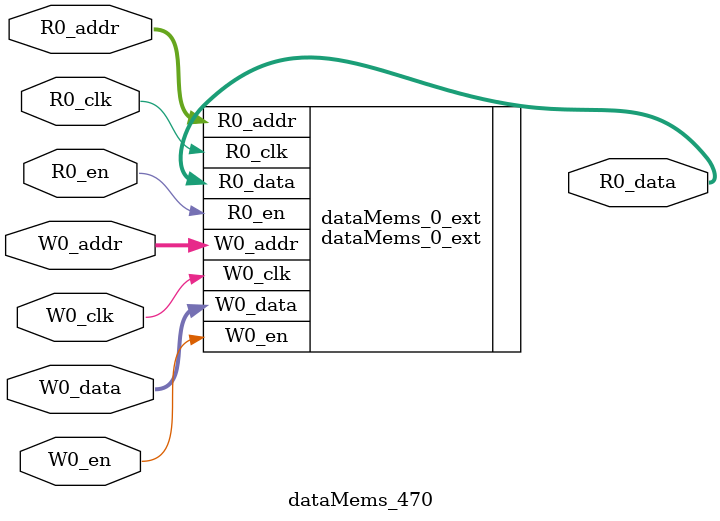
<source format=sv>
`ifndef RANDOMIZE
  `ifdef RANDOMIZE_REG_INIT
    `define RANDOMIZE
  `endif // RANDOMIZE_REG_INIT
`endif // not def RANDOMIZE
`ifndef RANDOMIZE
  `ifdef RANDOMIZE_MEM_INIT
    `define RANDOMIZE
  `endif // RANDOMIZE_MEM_INIT
`endif // not def RANDOMIZE

`ifndef RANDOM
  `define RANDOM $random
`endif // not def RANDOM

// Users can define 'PRINTF_COND' to add an extra gate to prints.
`ifndef PRINTF_COND_
  `ifdef PRINTF_COND
    `define PRINTF_COND_ (`PRINTF_COND)
  `else  // PRINTF_COND
    `define PRINTF_COND_ 1
  `endif // PRINTF_COND
`endif // not def PRINTF_COND_

// Users can define 'ASSERT_VERBOSE_COND' to add an extra gate to assert error printing.
`ifndef ASSERT_VERBOSE_COND_
  `ifdef ASSERT_VERBOSE_COND
    `define ASSERT_VERBOSE_COND_ (`ASSERT_VERBOSE_COND)
  `else  // ASSERT_VERBOSE_COND
    `define ASSERT_VERBOSE_COND_ 1
  `endif // ASSERT_VERBOSE_COND
`endif // not def ASSERT_VERBOSE_COND_

// Users can define 'STOP_COND' to add an extra gate to stop conditions.
`ifndef STOP_COND_
  `ifdef STOP_COND
    `define STOP_COND_ (`STOP_COND)
  `else  // STOP_COND
    `define STOP_COND_ 1
  `endif // STOP_COND
`endif // not def STOP_COND_

// Users can define INIT_RANDOM as general code that gets injected into the
// initializer block for modules with registers.
`ifndef INIT_RANDOM
  `define INIT_RANDOM
`endif // not def INIT_RANDOM

// If using random initialization, you can also define RANDOMIZE_DELAY to
// customize the delay used, otherwise 0.002 is used.
`ifndef RANDOMIZE_DELAY
  `define RANDOMIZE_DELAY 0.002
`endif // not def RANDOMIZE_DELAY

// Define INIT_RANDOM_PROLOG_ for use in our modules below.
`ifndef INIT_RANDOM_PROLOG_
  `ifdef RANDOMIZE
    `ifdef VERILATOR
      `define INIT_RANDOM_PROLOG_ `INIT_RANDOM
    `else  // VERILATOR
      `define INIT_RANDOM_PROLOG_ `INIT_RANDOM #`RANDOMIZE_DELAY begin end
    `endif // VERILATOR
  `else  // RANDOMIZE
    `define INIT_RANDOM_PROLOG_
  `endif // RANDOMIZE
`endif // not def INIT_RANDOM_PROLOG_

// Include register initializers in init blocks unless synthesis is set
`ifndef SYNTHESIS
  `ifndef ENABLE_INITIAL_REG_
    `define ENABLE_INITIAL_REG_
  `endif // not def ENABLE_INITIAL_REG_
`endif // not def SYNTHESIS

// Include rmemory initializers in init blocks unless synthesis is set
`ifndef SYNTHESIS
  `ifndef ENABLE_INITIAL_MEM_
    `define ENABLE_INITIAL_MEM_
  `endif // not def ENABLE_INITIAL_MEM_
`endif // not def SYNTHESIS

module dataMems_470(	// @[generators/ara/src/main/scala/UnsafeAXI4ToTL.scala:365:62]
  input  [4:0]  R0_addr,
  input         R0_en,
  input         R0_clk,
  output [66:0] R0_data,
  input  [4:0]  W0_addr,
  input         W0_en,
  input         W0_clk,
  input  [66:0] W0_data
);

  dataMems_0_ext dataMems_0_ext (	// @[generators/ara/src/main/scala/UnsafeAXI4ToTL.scala:365:62]
    .R0_addr (R0_addr),
    .R0_en   (R0_en),
    .R0_clk  (R0_clk),
    .R0_data (R0_data),
    .W0_addr (W0_addr),
    .W0_en   (W0_en),
    .W0_clk  (W0_clk),
    .W0_data (W0_data)
  );
endmodule


</source>
